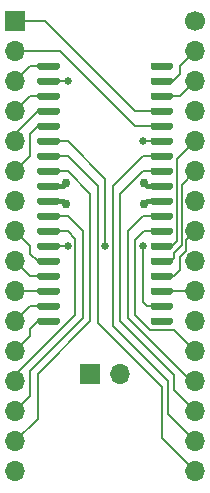
<source format=gtl>
G04 #@! TF.GenerationSoftware,KiCad,Pcbnew,5.1.7-a382d34a8~87~ubuntu18.04.1*
G04 #@! TF.CreationDate,2020-10-26T15:35:19+00:00*
G04 #@! TF.ProjectId,ram_adapter_4l,72616d5f-6164-4617-9074-65725f346c2e,rev?*
G04 #@! TF.SameCoordinates,Original*
G04 #@! TF.FileFunction,Copper,L1,Top*
G04 #@! TF.FilePolarity,Positive*
%FSLAX46Y46*%
G04 Gerber Fmt 4.6, Leading zero omitted, Abs format (unit mm)*
G04 Created by KiCad (PCBNEW 5.1.7-a382d34a8~87~ubuntu18.04.1) date 2020-10-26 15:35:19*
%MOMM*%
%LPD*%
G01*
G04 APERTURE LIST*
G04 #@! TA.AperFunction,ComponentPad*
%ADD10O,1.700000X1.700000*%
G04 #@! TD*
G04 #@! TA.AperFunction,ComponentPad*
%ADD11R,1.700000X1.700000*%
G04 #@! TD*
G04 #@! TA.AperFunction,ComponentPad*
%ADD12C,1.700000*%
G04 #@! TD*
G04 #@! TA.AperFunction,ViaPad*
%ADD13C,0.762000*%
G04 #@! TD*
G04 #@! TA.AperFunction,ViaPad*
%ADD14C,0.660400*%
G04 #@! TD*
G04 #@! TA.AperFunction,Conductor*
%ADD15C,0.406400*%
G04 #@! TD*
G04 #@! TA.AperFunction,Conductor*
%ADD16C,0.203200*%
G04 #@! TD*
G04 APERTURE END LIST*
D10*
X97790000Y-95885000D03*
D11*
X95250000Y-95885000D03*
G04 #@! TA.AperFunction,SMDPad,CuDef*
G36*
G01*
X90770000Y-70000000D02*
X90770000Y-69700000D01*
G75*
G02*
X90920000Y-69550000I150000J0D01*
G01*
X92520000Y-69550000D01*
G75*
G02*
X92670000Y-69700000I0J-150000D01*
G01*
X92670000Y-70000000D01*
G75*
G02*
X92520000Y-70150000I-150000J0D01*
G01*
X90920000Y-70150000D01*
G75*
G02*
X90770000Y-70000000I0J150000D01*
G01*
G37*
G04 #@! TD.AperFunction*
G04 #@! TA.AperFunction,SMDPad,CuDef*
G36*
G01*
X90770000Y-71270000D02*
X90770000Y-70970000D01*
G75*
G02*
X90920000Y-70820000I150000J0D01*
G01*
X92520000Y-70820000D01*
G75*
G02*
X92670000Y-70970000I0J-150000D01*
G01*
X92670000Y-71270000D01*
G75*
G02*
X92520000Y-71420000I-150000J0D01*
G01*
X90920000Y-71420000D01*
G75*
G02*
X90770000Y-71270000I0J150000D01*
G01*
G37*
G04 #@! TD.AperFunction*
G04 #@! TA.AperFunction,SMDPad,CuDef*
G36*
G01*
X90770000Y-72540000D02*
X90770000Y-72240000D01*
G75*
G02*
X90920000Y-72090000I150000J0D01*
G01*
X92520000Y-72090000D01*
G75*
G02*
X92670000Y-72240000I0J-150000D01*
G01*
X92670000Y-72540000D01*
G75*
G02*
X92520000Y-72690000I-150000J0D01*
G01*
X90920000Y-72690000D01*
G75*
G02*
X90770000Y-72540000I0J150000D01*
G01*
G37*
G04 #@! TD.AperFunction*
G04 #@! TA.AperFunction,SMDPad,CuDef*
G36*
G01*
X90770000Y-73810000D02*
X90770000Y-73510000D01*
G75*
G02*
X90920000Y-73360000I150000J0D01*
G01*
X92520000Y-73360000D01*
G75*
G02*
X92670000Y-73510000I0J-150000D01*
G01*
X92670000Y-73810000D01*
G75*
G02*
X92520000Y-73960000I-150000J0D01*
G01*
X90920000Y-73960000D01*
G75*
G02*
X90770000Y-73810000I0J150000D01*
G01*
G37*
G04 #@! TD.AperFunction*
G04 #@! TA.AperFunction,SMDPad,CuDef*
G36*
G01*
X90770000Y-75080000D02*
X90770000Y-74780000D01*
G75*
G02*
X90920000Y-74630000I150000J0D01*
G01*
X92520000Y-74630000D01*
G75*
G02*
X92670000Y-74780000I0J-150000D01*
G01*
X92670000Y-75080000D01*
G75*
G02*
X92520000Y-75230000I-150000J0D01*
G01*
X90920000Y-75230000D01*
G75*
G02*
X90770000Y-75080000I0J150000D01*
G01*
G37*
G04 #@! TD.AperFunction*
G04 #@! TA.AperFunction,SMDPad,CuDef*
G36*
G01*
X90770000Y-76350000D02*
X90770000Y-76050000D01*
G75*
G02*
X90920000Y-75900000I150000J0D01*
G01*
X92520000Y-75900000D01*
G75*
G02*
X92670000Y-76050000I0J-150000D01*
G01*
X92670000Y-76350000D01*
G75*
G02*
X92520000Y-76500000I-150000J0D01*
G01*
X90920000Y-76500000D01*
G75*
G02*
X90770000Y-76350000I0J150000D01*
G01*
G37*
G04 #@! TD.AperFunction*
G04 #@! TA.AperFunction,SMDPad,CuDef*
G36*
G01*
X90770000Y-77620000D02*
X90770000Y-77320000D01*
G75*
G02*
X90920000Y-77170000I150000J0D01*
G01*
X92520000Y-77170000D01*
G75*
G02*
X92670000Y-77320000I0J-150000D01*
G01*
X92670000Y-77620000D01*
G75*
G02*
X92520000Y-77770000I-150000J0D01*
G01*
X90920000Y-77770000D01*
G75*
G02*
X90770000Y-77620000I0J150000D01*
G01*
G37*
G04 #@! TD.AperFunction*
G04 #@! TA.AperFunction,SMDPad,CuDef*
G36*
G01*
X90770000Y-78890000D02*
X90770000Y-78590000D01*
G75*
G02*
X90920000Y-78440000I150000J0D01*
G01*
X92520000Y-78440000D01*
G75*
G02*
X92670000Y-78590000I0J-150000D01*
G01*
X92670000Y-78890000D01*
G75*
G02*
X92520000Y-79040000I-150000J0D01*
G01*
X90920000Y-79040000D01*
G75*
G02*
X90770000Y-78890000I0J150000D01*
G01*
G37*
G04 #@! TD.AperFunction*
G04 #@! TA.AperFunction,SMDPad,CuDef*
G36*
G01*
X90770000Y-80160000D02*
X90770000Y-79860000D01*
G75*
G02*
X90920000Y-79710000I150000J0D01*
G01*
X92520000Y-79710000D01*
G75*
G02*
X92670000Y-79860000I0J-150000D01*
G01*
X92670000Y-80160000D01*
G75*
G02*
X92520000Y-80310000I-150000J0D01*
G01*
X90920000Y-80310000D01*
G75*
G02*
X90770000Y-80160000I0J150000D01*
G01*
G37*
G04 #@! TD.AperFunction*
G04 #@! TA.AperFunction,SMDPad,CuDef*
G36*
G01*
X90770000Y-81430000D02*
X90770000Y-81130000D01*
G75*
G02*
X90920000Y-80980000I150000J0D01*
G01*
X92520000Y-80980000D01*
G75*
G02*
X92670000Y-81130000I0J-150000D01*
G01*
X92670000Y-81430000D01*
G75*
G02*
X92520000Y-81580000I-150000J0D01*
G01*
X90920000Y-81580000D01*
G75*
G02*
X90770000Y-81430000I0J150000D01*
G01*
G37*
G04 #@! TD.AperFunction*
G04 #@! TA.AperFunction,SMDPad,CuDef*
G36*
G01*
X90770000Y-82700000D02*
X90770000Y-82400000D01*
G75*
G02*
X90920000Y-82250000I150000J0D01*
G01*
X92520000Y-82250000D01*
G75*
G02*
X92670000Y-82400000I0J-150000D01*
G01*
X92670000Y-82700000D01*
G75*
G02*
X92520000Y-82850000I-150000J0D01*
G01*
X90920000Y-82850000D01*
G75*
G02*
X90770000Y-82700000I0J150000D01*
G01*
G37*
G04 #@! TD.AperFunction*
G04 #@! TA.AperFunction,SMDPad,CuDef*
G36*
G01*
X90770000Y-83970000D02*
X90770000Y-83670000D01*
G75*
G02*
X90920000Y-83520000I150000J0D01*
G01*
X92520000Y-83520000D01*
G75*
G02*
X92670000Y-83670000I0J-150000D01*
G01*
X92670000Y-83970000D01*
G75*
G02*
X92520000Y-84120000I-150000J0D01*
G01*
X90920000Y-84120000D01*
G75*
G02*
X90770000Y-83970000I0J150000D01*
G01*
G37*
G04 #@! TD.AperFunction*
G04 #@! TA.AperFunction,SMDPad,CuDef*
G36*
G01*
X90770000Y-85240000D02*
X90770000Y-84940000D01*
G75*
G02*
X90920000Y-84790000I150000J0D01*
G01*
X92520000Y-84790000D01*
G75*
G02*
X92670000Y-84940000I0J-150000D01*
G01*
X92670000Y-85240000D01*
G75*
G02*
X92520000Y-85390000I-150000J0D01*
G01*
X90920000Y-85390000D01*
G75*
G02*
X90770000Y-85240000I0J150000D01*
G01*
G37*
G04 #@! TD.AperFunction*
G04 #@! TA.AperFunction,SMDPad,CuDef*
G36*
G01*
X90770000Y-86510000D02*
X90770000Y-86210000D01*
G75*
G02*
X90920000Y-86060000I150000J0D01*
G01*
X92520000Y-86060000D01*
G75*
G02*
X92670000Y-86210000I0J-150000D01*
G01*
X92670000Y-86510000D01*
G75*
G02*
X92520000Y-86660000I-150000J0D01*
G01*
X90920000Y-86660000D01*
G75*
G02*
X90770000Y-86510000I0J150000D01*
G01*
G37*
G04 #@! TD.AperFunction*
G04 #@! TA.AperFunction,SMDPad,CuDef*
G36*
G01*
X90770000Y-87780000D02*
X90770000Y-87480000D01*
G75*
G02*
X90920000Y-87330000I150000J0D01*
G01*
X92520000Y-87330000D01*
G75*
G02*
X92670000Y-87480000I0J-150000D01*
G01*
X92670000Y-87780000D01*
G75*
G02*
X92520000Y-87930000I-150000J0D01*
G01*
X90920000Y-87930000D01*
G75*
G02*
X90770000Y-87780000I0J150000D01*
G01*
G37*
G04 #@! TD.AperFunction*
G04 #@! TA.AperFunction,SMDPad,CuDef*
G36*
G01*
X90770000Y-89050000D02*
X90770000Y-88750000D01*
G75*
G02*
X90920000Y-88600000I150000J0D01*
G01*
X92520000Y-88600000D01*
G75*
G02*
X92670000Y-88750000I0J-150000D01*
G01*
X92670000Y-89050000D01*
G75*
G02*
X92520000Y-89200000I-150000J0D01*
G01*
X90920000Y-89200000D01*
G75*
G02*
X90770000Y-89050000I0J150000D01*
G01*
G37*
G04 #@! TD.AperFunction*
G04 #@! TA.AperFunction,SMDPad,CuDef*
G36*
G01*
X90770000Y-90320000D02*
X90770000Y-90020000D01*
G75*
G02*
X90920000Y-89870000I150000J0D01*
G01*
X92520000Y-89870000D01*
G75*
G02*
X92670000Y-90020000I0J-150000D01*
G01*
X92670000Y-90320000D01*
G75*
G02*
X92520000Y-90470000I-150000J0D01*
G01*
X90920000Y-90470000D01*
G75*
G02*
X90770000Y-90320000I0J150000D01*
G01*
G37*
G04 #@! TD.AperFunction*
G04 #@! TA.AperFunction,SMDPad,CuDef*
G36*
G01*
X90770000Y-91590000D02*
X90770000Y-91290000D01*
G75*
G02*
X90920000Y-91140000I150000J0D01*
G01*
X92520000Y-91140000D01*
G75*
G02*
X92670000Y-91290000I0J-150000D01*
G01*
X92670000Y-91590000D01*
G75*
G02*
X92520000Y-91740000I-150000J0D01*
G01*
X90920000Y-91740000D01*
G75*
G02*
X90770000Y-91590000I0J150000D01*
G01*
G37*
G04 #@! TD.AperFunction*
G04 #@! TA.AperFunction,SMDPad,CuDef*
G36*
G01*
X100370000Y-91590000D02*
X100370000Y-91290000D01*
G75*
G02*
X100520000Y-91140000I150000J0D01*
G01*
X102120000Y-91140000D01*
G75*
G02*
X102270000Y-91290000I0J-150000D01*
G01*
X102270000Y-91590000D01*
G75*
G02*
X102120000Y-91740000I-150000J0D01*
G01*
X100520000Y-91740000D01*
G75*
G02*
X100370000Y-91590000I0J150000D01*
G01*
G37*
G04 #@! TD.AperFunction*
G04 #@! TA.AperFunction,SMDPad,CuDef*
G36*
G01*
X100370000Y-90320000D02*
X100370000Y-90020000D01*
G75*
G02*
X100520000Y-89870000I150000J0D01*
G01*
X102120000Y-89870000D01*
G75*
G02*
X102270000Y-90020000I0J-150000D01*
G01*
X102270000Y-90320000D01*
G75*
G02*
X102120000Y-90470000I-150000J0D01*
G01*
X100520000Y-90470000D01*
G75*
G02*
X100370000Y-90320000I0J150000D01*
G01*
G37*
G04 #@! TD.AperFunction*
G04 #@! TA.AperFunction,SMDPad,CuDef*
G36*
G01*
X100370000Y-89050000D02*
X100370000Y-88750000D01*
G75*
G02*
X100520000Y-88600000I150000J0D01*
G01*
X102120000Y-88600000D01*
G75*
G02*
X102270000Y-88750000I0J-150000D01*
G01*
X102270000Y-89050000D01*
G75*
G02*
X102120000Y-89200000I-150000J0D01*
G01*
X100520000Y-89200000D01*
G75*
G02*
X100370000Y-89050000I0J150000D01*
G01*
G37*
G04 #@! TD.AperFunction*
G04 #@! TA.AperFunction,SMDPad,CuDef*
G36*
G01*
X100370000Y-87780000D02*
X100370000Y-87480000D01*
G75*
G02*
X100520000Y-87330000I150000J0D01*
G01*
X102120000Y-87330000D01*
G75*
G02*
X102270000Y-87480000I0J-150000D01*
G01*
X102270000Y-87780000D01*
G75*
G02*
X102120000Y-87930000I-150000J0D01*
G01*
X100520000Y-87930000D01*
G75*
G02*
X100370000Y-87780000I0J150000D01*
G01*
G37*
G04 #@! TD.AperFunction*
G04 #@! TA.AperFunction,SMDPad,CuDef*
G36*
G01*
X100370000Y-86510000D02*
X100370000Y-86210000D01*
G75*
G02*
X100520000Y-86060000I150000J0D01*
G01*
X102120000Y-86060000D01*
G75*
G02*
X102270000Y-86210000I0J-150000D01*
G01*
X102270000Y-86510000D01*
G75*
G02*
X102120000Y-86660000I-150000J0D01*
G01*
X100520000Y-86660000D01*
G75*
G02*
X100370000Y-86510000I0J150000D01*
G01*
G37*
G04 #@! TD.AperFunction*
G04 #@! TA.AperFunction,SMDPad,CuDef*
G36*
G01*
X100370000Y-85240000D02*
X100370000Y-84940000D01*
G75*
G02*
X100520000Y-84790000I150000J0D01*
G01*
X102120000Y-84790000D01*
G75*
G02*
X102270000Y-84940000I0J-150000D01*
G01*
X102270000Y-85240000D01*
G75*
G02*
X102120000Y-85390000I-150000J0D01*
G01*
X100520000Y-85390000D01*
G75*
G02*
X100370000Y-85240000I0J150000D01*
G01*
G37*
G04 #@! TD.AperFunction*
G04 #@! TA.AperFunction,SMDPad,CuDef*
G36*
G01*
X100370000Y-83970000D02*
X100370000Y-83670000D01*
G75*
G02*
X100520000Y-83520000I150000J0D01*
G01*
X102120000Y-83520000D01*
G75*
G02*
X102270000Y-83670000I0J-150000D01*
G01*
X102270000Y-83970000D01*
G75*
G02*
X102120000Y-84120000I-150000J0D01*
G01*
X100520000Y-84120000D01*
G75*
G02*
X100370000Y-83970000I0J150000D01*
G01*
G37*
G04 #@! TD.AperFunction*
G04 #@! TA.AperFunction,SMDPad,CuDef*
G36*
G01*
X100370000Y-82700000D02*
X100370000Y-82400000D01*
G75*
G02*
X100520000Y-82250000I150000J0D01*
G01*
X102120000Y-82250000D01*
G75*
G02*
X102270000Y-82400000I0J-150000D01*
G01*
X102270000Y-82700000D01*
G75*
G02*
X102120000Y-82850000I-150000J0D01*
G01*
X100520000Y-82850000D01*
G75*
G02*
X100370000Y-82700000I0J150000D01*
G01*
G37*
G04 #@! TD.AperFunction*
G04 #@! TA.AperFunction,SMDPad,CuDef*
G36*
G01*
X100370000Y-81430000D02*
X100370000Y-81130000D01*
G75*
G02*
X100520000Y-80980000I150000J0D01*
G01*
X102120000Y-80980000D01*
G75*
G02*
X102270000Y-81130000I0J-150000D01*
G01*
X102270000Y-81430000D01*
G75*
G02*
X102120000Y-81580000I-150000J0D01*
G01*
X100520000Y-81580000D01*
G75*
G02*
X100370000Y-81430000I0J150000D01*
G01*
G37*
G04 #@! TD.AperFunction*
G04 #@! TA.AperFunction,SMDPad,CuDef*
G36*
G01*
X100370000Y-80160000D02*
X100370000Y-79860000D01*
G75*
G02*
X100520000Y-79710000I150000J0D01*
G01*
X102120000Y-79710000D01*
G75*
G02*
X102270000Y-79860000I0J-150000D01*
G01*
X102270000Y-80160000D01*
G75*
G02*
X102120000Y-80310000I-150000J0D01*
G01*
X100520000Y-80310000D01*
G75*
G02*
X100370000Y-80160000I0J150000D01*
G01*
G37*
G04 #@! TD.AperFunction*
G04 #@! TA.AperFunction,SMDPad,CuDef*
G36*
G01*
X100370000Y-78890000D02*
X100370000Y-78590000D01*
G75*
G02*
X100520000Y-78440000I150000J0D01*
G01*
X102120000Y-78440000D01*
G75*
G02*
X102270000Y-78590000I0J-150000D01*
G01*
X102270000Y-78890000D01*
G75*
G02*
X102120000Y-79040000I-150000J0D01*
G01*
X100520000Y-79040000D01*
G75*
G02*
X100370000Y-78890000I0J150000D01*
G01*
G37*
G04 #@! TD.AperFunction*
G04 #@! TA.AperFunction,SMDPad,CuDef*
G36*
G01*
X100370000Y-77620000D02*
X100370000Y-77320000D01*
G75*
G02*
X100520000Y-77170000I150000J0D01*
G01*
X102120000Y-77170000D01*
G75*
G02*
X102270000Y-77320000I0J-150000D01*
G01*
X102270000Y-77620000D01*
G75*
G02*
X102120000Y-77770000I-150000J0D01*
G01*
X100520000Y-77770000D01*
G75*
G02*
X100370000Y-77620000I0J150000D01*
G01*
G37*
G04 #@! TD.AperFunction*
G04 #@! TA.AperFunction,SMDPad,CuDef*
G36*
G01*
X100370000Y-76350000D02*
X100370000Y-76050000D01*
G75*
G02*
X100520000Y-75900000I150000J0D01*
G01*
X102120000Y-75900000D01*
G75*
G02*
X102270000Y-76050000I0J-150000D01*
G01*
X102270000Y-76350000D01*
G75*
G02*
X102120000Y-76500000I-150000J0D01*
G01*
X100520000Y-76500000D01*
G75*
G02*
X100370000Y-76350000I0J150000D01*
G01*
G37*
G04 #@! TD.AperFunction*
G04 #@! TA.AperFunction,SMDPad,CuDef*
G36*
G01*
X100370000Y-75080000D02*
X100370000Y-74780000D01*
G75*
G02*
X100520000Y-74630000I150000J0D01*
G01*
X102120000Y-74630000D01*
G75*
G02*
X102270000Y-74780000I0J-150000D01*
G01*
X102270000Y-75080000D01*
G75*
G02*
X102120000Y-75230000I-150000J0D01*
G01*
X100520000Y-75230000D01*
G75*
G02*
X100370000Y-75080000I0J150000D01*
G01*
G37*
G04 #@! TD.AperFunction*
G04 #@! TA.AperFunction,SMDPad,CuDef*
G36*
G01*
X100370000Y-73810000D02*
X100370000Y-73510000D01*
G75*
G02*
X100520000Y-73360000I150000J0D01*
G01*
X102120000Y-73360000D01*
G75*
G02*
X102270000Y-73510000I0J-150000D01*
G01*
X102270000Y-73810000D01*
G75*
G02*
X102120000Y-73960000I-150000J0D01*
G01*
X100520000Y-73960000D01*
G75*
G02*
X100370000Y-73810000I0J150000D01*
G01*
G37*
G04 #@! TD.AperFunction*
G04 #@! TA.AperFunction,SMDPad,CuDef*
G36*
G01*
X100370000Y-72540000D02*
X100370000Y-72240000D01*
G75*
G02*
X100520000Y-72090000I150000J0D01*
G01*
X102120000Y-72090000D01*
G75*
G02*
X102270000Y-72240000I0J-150000D01*
G01*
X102270000Y-72540000D01*
G75*
G02*
X102120000Y-72690000I-150000J0D01*
G01*
X100520000Y-72690000D01*
G75*
G02*
X100370000Y-72540000I0J150000D01*
G01*
G37*
G04 #@! TD.AperFunction*
G04 #@! TA.AperFunction,SMDPad,CuDef*
G36*
G01*
X100370000Y-71270000D02*
X100370000Y-70970000D01*
G75*
G02*
X100520000Y-70820000I150000J0D01*
G01*
X102120000Y-70820000D01*
G75*
G02*
X102270000Y-70970000I0J-150000D01*
G01*
X102270000Y-71270000D01*
G75*
G02*
X102120000Y-71420000I-150000J0D01*
G01*
X100520000Y-71420000D01*
G75*
G02*
X100370000Y-71270000I0J150000D01*
G01*
G37*
G04 #@! TD.AperFunction*
G04 #@! TA.AperFunction,SMDPad,CuDef*
G36*
G01*
X100370000Y-70000000D02*
X100370000Y-69700000D01*
G75*
G02*
X100520000Y-69550000I150000J0D01*
G01*
X102120000Y-69550000D01*
G75*
G02*
X102270000Y-69700000I0J-150000D01*
G01*
X102270000Y-70000000D01*
G75*
G02*
X102120000Y-70150000I-150000J0D01*
G01*
X100520000Y-70150000D01*
G75*
G02*
X100370000Y-70000000I0J150000D01*
G01*
G37*
G04 #@! TD.AperFunction*
D10*
X104140000Y-104140000D03*
X104140000Y-101600000D03*
X104140000Y-99060000D03*
X104140000Y-96520000D03*
X104140000Y-93980000D03*
X104140000Y-91440000D03*
X104140000Y-88900000D03*
X104140000Y-86360000D03*
X104140000Y-83820000D03*
X104140000Y-81280000D03*
X104140000Y-78740000D03*
X104140000Y-76200000D03*
X104140000Y-73660000D03*
X104140000Y-71120000D03*
X104140000Y-68580000D03*
D12*
X104140000Y-66040000D03*
D10*
X88900000Y-104140000D03*
X88900000Y-101600000D03*
X88900000Y-99060000D03*
X88900000Y-96520000D03*
X88900000Y-93980000D03*
X88900000Y-91440000D03*
X88900000Y-88900000D03*
X88900000Y-86360000D03*
X88900000Y-83820000D03*
X88900000Y-81280000D03*
X88900000Y-78740000D03*
X88900000Y-76200000D03*
X88900000Y-73660000D03*
X88900000Y-71120000D03*
X88900000Y-68580000D03*
D11*
X88900000Y-66040000D03*
D13*
X93218000Y-81534000D03*
X99822000Y-79756000D03*
X93218000Y-79756000D03*
X99822000Y-81534000D03*
D14*
X93345000Y-71120000D03*
X96520000Y-85090000D03*
X99695000Y-76200000D03*
X99695000Y-85090000D03*
X93345000Y-85090000D03*
D15*
X92964000Y-81280000D02*
X93218000Y-81534000D01*
X91820000Y-81280000D02*
X92964000Y-81280000D01*
X100076000Y-80010000D02*
X101220000Y-80010000D01*
X99822000Y-79756000D02*
X100076000Y-80010000D01*
X92964000Y-80010000D02*
X93218000Y-79756000D01*
X91820000Y-80010000D02*
X92964000Y-80010000D01*
X100076000Y-81280000D02*
X101220000Y-81280000D01*
X99822000Y-81534000D02*
X100076000Y-81280000D01*
D16*
X95250000Y-91440000D02*
X95250000Y-80645000D01*
X90805000Y-95885000D02*
X95250000Y-91440000D01*
X88900000Y-101600000D02*
X90805000Y-99695000D01*
X93345000Y-78740000D02*
X91820000Y-78740000D01*
X95250000Y-80645000D02*
X93345000Y-78740000D01*
X90805000Y-99695000D02*
X90805000Y-95885000D01*
X94615000Y-83820000D02*
X93345000Y-82550000D01*
X93345000Y-82550000D02*
X91820000Y-82550000D01*
X94615000Y-91186000D02*
X94615000Y-83820000D01*
X90170000Y-95631000D02*
X94615000Y-91186000D01*
X88900000Y-99060000D02*
X90170000Y-97790000D01*
X90170000Y-97790000D02*
X90170000Y-95631000D01*
X93345000Y-83820000D02*
X91820000Y-83820000D01*
X93980000Y-84455000D02*
X93345000Y-83820000D01*
X88900000Y-96520000D02*
X88900000Y-96012000D01*
X93980000Y-90932000D02*
X93980000Y-84455000D01*
X88900000Y-96012000D02*
X93980000Y-90932000D01*
X91820000Y-91440000D02*
X90805000Y-91440000D01*
X90805000Y-91440000D02*
X90170000Y-92075000D01*
X90170000Y-92075000D02*
X90170000Y-92710000D01*
X90170000Y-92710000D02*
X88900000Y-93980000D01*
X90170000Y-90170000D02*
X91820000Y-90170000D01*
X88900000Y-91440000D02*
X90170000Y-90170000D01*
X88900000Y-88900000D02*
X91820000Y-88900000D01*
X88900000Y-86360000D02*
X90170000Y-87630000D01*
X90170000Y-87630000D02*
X91820000Y-87630000D01*
X91820000Y-86360000D02*
X90805000Y-86360000D01*
X90805000Y-86360000D02*
X90170000Y-85725000D01*
X90170000Y-85725000D02*
X90170000Y-85090000D01*
X90170000Y-85090000D02*
X88900000Y-83820000D01*
X91820000Y-71120000D02*
X93345000Y-71120000D01*
X90170000Y-77470000D02*
X88900000Y-78740000D01*
X90170000Y-75565000D02*
X90170000Y-77470000D01*
X91820000Y-74930000D02*
X90805000Y-74930000D01*
X90805000Y-74930000D02*
X90170000Y-75565000D01*
X90805000Y-73660000D02*
X91820000Y-73660000D01*
X88900000Y-76200000D02*
X88900000Y-75565000D01*
X88900000Y-75565000D02*
X90805000Y-73660000D01*
X90170000Y-72390000D02*
X91820000Y-72390000D01*
X88900000Y-73660000D02*
X90170000Y-72390000D01*
X90170000Y-69850000D02*
X88900000Y-71120000D01*
X91820000Y-69850000D02*
X90170000Y-69850000D01*
X88900000Y-68580000D02*
X92710000Y-68580000D01*
X99060000Y-74930000D02*
X101220000Y-74930000D01*
X92710000Y-68580000D02*
X99060000Y-74930000D01*
X101220000Y-73660000D02*
X99060000Y-73660000D01*
X91440000Y-66040000D02*
X88900000Y-66040000D01*
X99060000Y-73660000D02*
X91440000Y-66040000D01*
X93345000Y-77470000D02*
X91820000Y-77470000D01*
X95885000Y-80010000D02*
X93345000Y-77470000D01*
X101346000Y-97028000D02*
X95885000Y-91567000D01*
X104140000Y-104140000D02*
X101346000Y-101346000D01*
X95885000Y-91567000D02*
X95885000Y-80010000D01*
X101346000Y-101346000D02*
X101346000Y-97028000D01*
X99695000Y-77470000D02*
X101220000Y-77470000D01*
X97155000Y-80010000D02*
X99695000Y-77470000D01*
X97155000Y-91821000D02*
X97155000Y-80010000D01*
X101854000Y-96520000D02*
X97155000Y-91821000D01*
X104140000Y-101600000D02*
X101854000Y-99314000D01*
X101854000Y-99314000D02*
X101854000Y-96520000D01*
X102362000Y-97282000D02*
X104140000Y-99060000D01*
X97790000Y-91440000D02*
X102362000Y-96012000D01*
X97790000Y-80645000D02*
X97790000Y-91440000D01*
X102362000Y-96012000D02*
X102362000Y-97282000D01*
X101220000Y-78740000D02*
X99695000Y-78740000D01*
X99695000Y-78740000D02*
X97790000Y-80645000D01*
X98425000Y-91186000D02*
X103759000Y-96520000D01*
X98425000Y-83820000D02*
X98425000Y-91186000D01*
X103759000Y-96520000D02*
X104140000Y-96520000D01*
X101220000Y-82550000D02*
X99695000Y-82550000D01*
X99695000Y-82550000D02*
X98425000Y-83820000D01*
X99790250Y-83820000D02*
X101220000Y-83820000D01*
X99060000Y-90932000D02*
X99060000Y-84550250D01*
X100330000Y-92202000D02*
X99060000Y-90932000D01*
X99060000Y-84550250D02*
X99790250Y-83820000D01*
X104140000Y-93980000D02*
X102362000Y-92202000D01*
X102362000Y-92202000D02*
X100330000Y-92202000D01*
X96520000Y-85090000D02*
X96520000Y-79375000D01*
X96520000Y-79375000D02*
X93345000Y-76200000D01*
X93345000Y-76200000D02*
X91820000Y-76200000D01*
X101220000Y-88900000D02*
X104140000Y-88900000D01*
X101220000Y-76200000D02*
X99695000Y-76200000D01*
X103378000Y-84582000D02*
X104140000Y-83820000D01*
X103378000Y-85471000D02*
X103378000Y-84582000D01*
X102870000Y-85979000D02*
X103378000Y-85471000D01*
X102870000Y-87122000D02*
X102870000Y-85979000D01*
X101220000Y-87630000D02*
X102362000Y-87630000D01*
X102362000Y-87630000D02*
X102870000Y-87122000D01*
X99695000Y-89789000D02*
X99695000Y-85090000D01*
X101220000Y-90170000D02*
X100076000Y-90170000D01*
X100076000Y-90170000D02*
X99695000Y-89789000D01*
X102997000Y-79883000D02*
X104140000Y-78740000D01*
X102997000Y-85026500D02*
X102997000Y-79883000D01*
X102362000Y-86106000D02*
X102362000Y-85661500D01*
X101220000Y-86360000D02*
X102108000Y-86360000D01*
X102362000Y-85661500D02*
X102997000Y-85026500D01*
X102108000Y-86360000D02*
X102362000Y-86106000D01*
X102616000Y-77724000D02*
X104140000Y-76200000D01*
X102616000Y-84645500D02*
X102616000Y-77724000D01*
X101600000Y-85090000D02*
X102171500Y-85090000D01*
X102171500Y-85090000D02*
X102616000Y-84645500D01*
X91820000Y-85090000D02*
X93345000Y-85090000D01*
X102870000Y-72390000D02*
X104140000Y-71120000D01*
X101220000Y-72390000D02*
X102870000Y-72390000D01*
X102235000Y-71120000D02*
X102870000Y-70485000D01*
X101220000Y-71120000D02*
X102235000Y-71120000D01*
X102870000Y-70485000D02*
X102870000Y-69850000D01*
X102870000Y-69850000D02*
X104140000Y-68580000D01*
M02*

</source>
